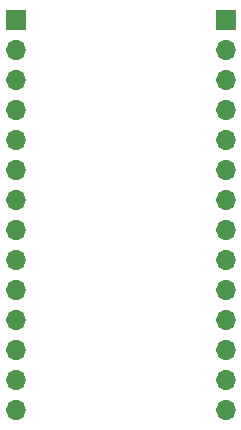
<source format=gbl>
G04 #@! TF.GenerationSoftware,KiCad,Pcbnew,(5.1.10)-1*
G04 #@! TF.CreationDate,2021-11-20T19:19:08-05:00*
G04 #@! TF.ProjectId,SM72442 Breakout Board,534d3732-3434-4322-9042-7265616b6f75,rev?*
G04 #@! TF.SameCoordinates,Original*
G04 #@! TF.FileFunction,Copper,L2,Bot*
G04 #@! TF.FilePolarity,Positive*
%FSLAX46Y46*%
G04 Gerber Fmt 4.6, Leading zero omitted, Abs format (unit mm)*
G04 Created by KiCad (PCBNEW (5.1.10)-1) date 2021-11-20 19:19:08*
%MOMM*%
%LPD*%
G01*
G04 APERTURE LIST*
G04 #@! TA.AperFunction,ComponentPad*
%ADD10O,1.700000X1.700000*%
G04 #@! TD*
G04 #@! TA.AperFunction,ComponentPad*
%ADD11R,1.700000X1.700000*%
G04 #@! TD*
G04 APERTURE END LIST*
D10*
G04 #@! TO.P,J1,14*
G04 #@! TO.N,/A0*
X129540000Y-151130000D03*
G04 #@! TO.P,J1,13*
G04 #@! TO.N,/VSSA*
X129540000Y-148590000D03*
G04 #@! TO.P,J1,12*
G04 #@! TO.N,/VDDA*
X129540000Y-146050000D03*
G04 #@! TO.P,J1,11*
G04 #@! TO.N,/PM_OUT*
X129540000Y-143510000D03*
G04 #@! TO.P,J1,10*
G04 #@! TO.N,/NC3*
X129540000Y-140970000D03*
G04 #@! TO.P,J1,9*
G04 #@! TO.N,/SDA*
X129540000Y-138430000D03*
G04 #@! TO.P,J1,8*
G04 #@! TO.N,/SCL*
X129540000Y-135890000D03*
G04 #@! TO.P,J1,7*
G04 #@! TO.N,/I2C1*
X129540000Y-133350000D03*
G04 #@! TO.P,J1,6*
G04 #@! TO.N,/I2C0*
X129540000Y-130810000D03*
G04 #@! TO.P,J1,5*
G04 #@! TO.N,/NC2*
X129540000Y-128270000D03*
G04 #@! TO.P,J1,4*
G04 #@! TO.N,/VSSD*
X129540000Y-125730000D03*
G04 #@! TO.P,J1,3*
G04 #@! TO.N,/VDDD*
X129540000Y-123190000D03*
G04 #@! TO.P,J1,2*
G04 #@! TO.N,/NC1*
X129540000Y-120650000D03*
D11*
G04 #@! TO.P,J1,1*
G04 #@! TO.N,/\u002ARST*
X129540000Y-118110000D03*
G04 #@! TD*
G04 #@! TO.P,J2,1*
G04 #@! TO.N,/PM*
X147320000Y-118110000D03*
D10*
G04 #@! TO.P,J2,2*
G04 #@! TO.N,/LIA*
X147320000Y-120650000D03*
G04 #@! TO.P,J2,3*
G04 #@! TO.N,/HIA*
X147320000Y-123190000D03*
G04 #@! TO.P,J2,4*
G04 #@! TO.N,/HIB*
X147320000Y-125730000D03*
G04 #@! TO.P,J2,5*
G04 #@! TO.N,/LIB*
X147320000Y-128270000D03*
G04 #@! TO.P,J2,6*
G04 #@! TO.N,/NC4*
X147320000Y-130810000D03*
G04 #@! TO.P,J2,7*
G04 #@! TO.N,/I2C2*
X147320000Y-133350000D03*
G04 #@! TO.P,J2,8*
G04 #@! TO.N,/AIOUT*
X147320000Y-135890000D03*
G04 #@! TO.P,J2,9*
G04 #@! TO.N,/A6*
X147320000Y-138430000D03*
G04 #@! TO.P,J2,10*
G04 #@! TO.N,/AIIN*
X147320000Y-140970000D03*
G04 #@! TO.P,J2,11*
G04 #@! TO.N,/A4*
X147320000Y-143510000D03*
G04 #@! TO.P,J2,12*
G04 #@! TO.N,/AVOUT*
X147320000Y-146050000D03*
G04 #@! TO.P,J2,13*
G04 #@! TO.N,/A2*
X147320000Y-148590000D03*
G04 #@! TO.P,J2,14*
G04 #@! TO.N,/AVIN*
X147320000Y-151130000D03*
G04 #@! TD*
M02*

</source>
